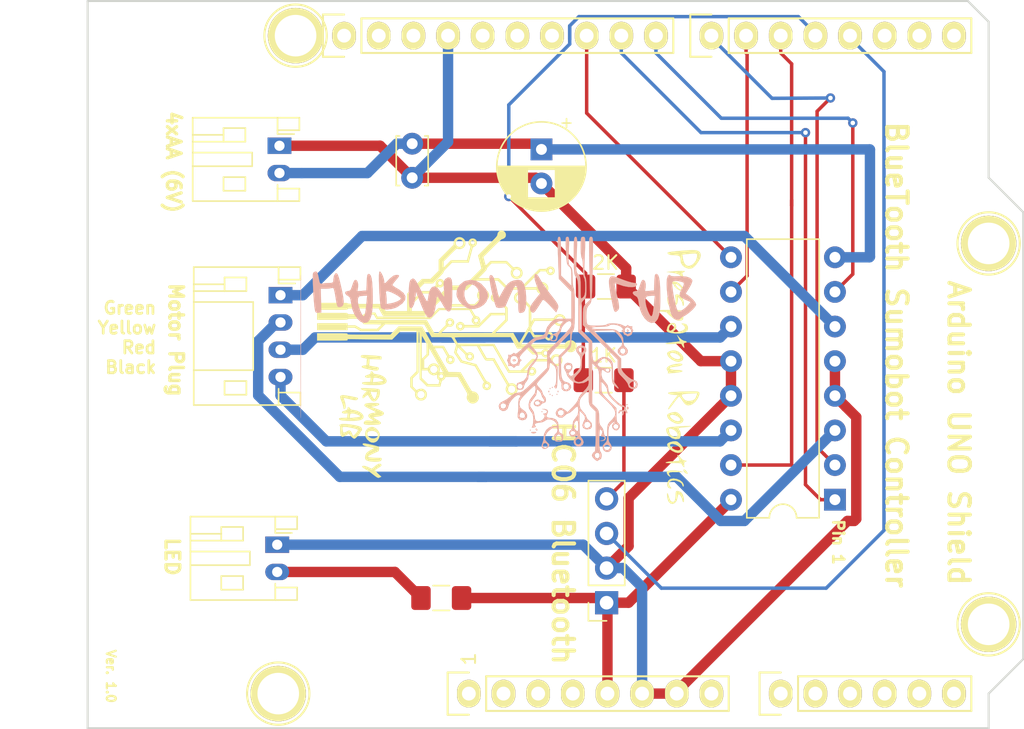
<source format=kicad_pcb>
(kicad_pcb (version 20171130) (host pcbnew 5.0.0-fee4fd1~66~ubuntu18.04.1)
  (title_block (date "lun. 30 mars 2015"))
  (layers (0 F.Cu signal) (31 B.Cu signal) (34 B.Paste user) (35 F.Paste user) (36 B.SilkS user) (37 F.SilkS user) (38 B.Mask user) (39 F.Mask user) (44 Edge.Cuts user))
  (net 0 "")
  (net 1 +5V)
  (net 2 GND)
  (net 3 "/9(**)")
  (net 4 /8)
  (net 5 /7)
  (net 6 "/6(**)")
  (net 7 "/5(**)")
  (net 8 /4)
  (net 9 "/3(**)")
  (net 10 "Net-(P5-Pad1)")
  (net 11 "Net-(P6-Pad1)")
  (net 12 "Net-(P7-Pad1)")
  (net 13 "Net-(P8-Pad1)")
  (net 14 "/10(**/SS)")
  (net 15 "Net-(P1-Pad1)")
  (net 16 +3V3)
  (net 17 +6V)
  (net 18 "Net-(J1-Pad4)")
  (net 19 "Net-(J3-Pad1)")
  (net 20 "Net-(J3-Pad2)")
  (net 21 "Net-(J3-Pad3)")
  (net 22 "Net-(J3-Pad4)")
  (net 23 "Net-(P1-Pad2)")
  (net 24 "Net-(P1-Pad3)")
  (net 25 "Net-(P1-Pad8)")
  (net 26 "Net-(P2-Pad1)")
  (net 27 "Net-(P2-Pad2)")
  (net 28 "Net-(P2-Pad3)")
  (net 29 "Net-(P2-Pad4)")
  (net 30 "Net-(P2-Pad5)")
  (net 31 "Net-(P2-Pad6)")
  (net 32 "Net-(P3-Pad1)")
  (net 33 "Net-(P3-Pad2)")
  (net 34 "Net-(P3-Pad3)")
  (net 35 "Net-(P3-Pad5)")
  (net 36 "Net-(P3-Pad6)")
  (net 37 "Net-(P3-Pad7)")
  (net 38 "Net-(P4-Pad6)")
  (net 39 "Net-(P4-Pad7)")
  (net 40 "Net-(P4-Pad8)")
  (net 41 "Net-(150R1-Pad2)")
  (module Socket_Arduino_Uno:Socket_Strip_Arduino_1x08 (layer F.Cu) (at 138.938 123.825)
    (fp_text reference P1 hide)
    (fp_text value Power)
    (pad 1 thru_hole oval (at 0 0) (size 1.7272 2.032) (drill 1.016) (layers *.Cu *.Mask F.SilkS) (net 15 "Net-(P1-Pad1)"))
    (pad 2 thru_hole oval (at 2.54 0) (size 1.7272 2.032) (drill 1.016) (layers *.Cu *.Mask F.SilkS) (net 23 "Net-(P1-Pad2)"))
    (pad 3 thru_hole oval (at 5.08 0) (size 1.7272 2.032) (drill 1.016) (layers *.Cu *.Mask F.SilkS) (net 24 "Net-(P1-Pad3)"))
    (pad 4 thru_hole oval (at 7.62 0) (size 1.7272 2.032) (drill 1.016) (layers *.Cu *.Mask F.SilkS) (net 16 +3V3))
    (pad 5 thru_hole oval (at 10.16 0) (size 1.7272 2.032) (drill 1.016) (layers *.Cu *.Mask F.SilkS) (net 1 +5V))
    (pad 6 thru_hole oval (at 12.7 0) (size 1.7272 2.032) (drill 1.016) (layers *.Cu *.Mask F.SilkS) (net 2 GND))
    (pad 7 thru_hole oval (at 15.24 0) (size 1.7272 2.032) (drill 1.016) (layers *.Cu *.Mask F.SilkS) (net 2 GND))
    (pad 8 thru_hole oval (at 17.78 0) (size 1.7272 2.032) (drill 1.016) (layers *.Cu *.Mask F.SilkS) (net 25 "Net-(P1-Pad8)"))
  )
  (module Socket_Arduino_Uno:Socket_Strip_Arduino_1x06 (layer F.Cu) (at 161.798 123.825)
    (fp_text reference P2 hide)
    (fp_text value Analog)
    (pad 1 thru_hole oval (at 0 0) (size 1.7272 2.032) (drill 1.016) (layers *.Cu *.Mask F.SilkS) (net 26 "Net-(P2-Pad1)"))
    (pad 2 thru_hole oval (at 2.54 0) (size 1.7272 2.032) (drill 1.016) (layers *.Cu *.Mask F.SilkS) (net 27 "Net-(P2-Pad2)"))
    (pad 3 thru_hole oval (at 5.08 0) (size 1.7272 2.032) (drill 1.016) (layers *.Cu *.Mask F.SilkS) (net 28 "Net-(P2-Pad3)"))
    (pad 4 thru_hole oval (at 7.62 0) (size 1.7272 2.032) (drill 1.016) (layers *.Cu *.Mask F.SilkS) (net 29 "Net-(P2-Pad4)"))
    (pad 5 thru_hole oval (at 10.16 0) (size 1.7272 2.032) (drill 1.016) (layers *.Cu *.Mask F.SilkS) (net 30 "Net-(P2-Pad5)"))
    (pad 6 thru_hole oval (at 12.7 0) (size 1.7272 2.032) (drill 1.016) (layers *.Cu *.Mask F.SilkS) (net 31 "Net-(P2-Pad6)"))
  )
  (module Socket_Arduino_Uno:Socket_Strip_Arduino_1x10 (layer F.Cu) (at 129.794 75.565)
    (fp_text reference P3 hide)
    (fp_text value Digital)
    (pad 1 thru_hole oval (at 0 0) (size 1.7272 2.032) (drill 1.016) (layers *.Cu *.Mask F.SilkS) (net 32 "Net-(P3-Pad1)"))
    (pad 2 thru_hole oval (at 2.54 0) (size 1.7272 2.032) (drill 1.016) (layers *.Cu *.Mask F.SilkS) (net 33 "Net-(P3-Pad2)"))
    (pad 3 thru_hole oval (at 5.08 0) (size 1.7272 2.032) (drill 1.016) (layers *.Cu *.Mask F.SilkS) (net 34 "Net-(P3-Pad3)"))
    (pad 4 thru_hole oval (at 7.62 0) (size 1.7272 2.032) (drill 1.016) (layers *.Cu *.Mask F.SilkS) (net 2 GND))
    (pad 5 thru_hole oval (at 10.16 0) (size 1.7272 2.032) (drill 1.016) (layers *.Cu *.Mask F.SilkS) (net 35 "Net-(P3-Pad5)"))
    (pad 6 thru_hole oval (at 12.7 0) (size 1.7272 2.032) (drill 1.016) (layers *.Cu *.Mask F.SilkS) (net 36 "Net-(P3-Pad6)"))
    (pad 7 thru_hole oval (at 15.24 0) (size 1.7272 2.032) (drill 1.016) (layers *.Cu *.Mask F.SilkS) (net 37 "Net-(P3-Pad7)"))
    (pad 8 thru_hole oval (at 17.78 0) (size 1.7272 2.032) (drill 1.016) (layers *.Cu *.Mask F.SilkS) (net 14 "/10(**/SS)"))
    (pad 9 thru_hole oval (at 20.32 0) (size 1.7272 2.032) (drill 1.016) (layers *.Cu *.Mask F.SilkS) (net 3 "/9(**)"))
    (pad 10 thru_hole oval (at 22.86 0) (size 1.7272 2.032) (drill 1.016) (layers *.Cu *.Mask F.SilkS) (net 4 /8))
  )
  (module Socket_Arduino_Uno:Socket_Strip_Arduino_1x08 (layer F.Cu) (at 156.718 75.565)
    (fp_text reference P4 hide)
    (fp_text value Digital)
    (pad 1 thru_hole oval (at 0 0) (size 1.7272 2.032) (drill 1.016) (layers *.Cu *.Mask F.SilkS) (net 5 /7))
    (pad 2 thru_hole oval (at 2.54 0) (size 1.7272 2.032) (drill 1.016) (layers *.Cu *.Mask F.SilkS) (net 6 "/6(**)"))
    (pad 3 thru_hole oval (at 5.08 0) (size 1.7272 2.032) (drill 1.016) (layers *.Cu *.Mask F.SilkS) (net 7 "/5(**)"))
    (pad 4 thru_hole oval (at 7.62 0) (size 1.7272 2.032) (drill 1.016) (layers *.Cu *.Mask F.SilkS) (net 8 /4))
    (pad 5 thru_hole oval (at 10.16 0) (size 1.7272 2.032) (drill 1.016) (layers *.Cu *.Mask F.SilkS) (net 9 "/3(**)"))
    (pad 6 thru_hole oval (at 12.7 0) (size 1.7272 2.032) (drill 1.016) (layers *.Cu *.Mask F.SilkS) (net 38 "Net-(P4-Pad6)"))
    (pad 7 thru_hole oval (at 15.24 0) (size 1.7272 2.032) (drill 1.016) (layers *.Cu *.Mask F.SilkS) (net 39 "Net-(P4-Pad7)"))
    (pad 8 thru_hole oval (at 17.78 0) (size 1.7272 2.032) (drill 1.016) (layers *.Cu *.Mask F.SilkS) (net 40 "Net-(P4-Pad8)"))
  )
  (module Socket_Arduino_Uno:Arduino_1pin (layer F.Cu) (at 124.968 123.825)
    (fp_text reference P5 hide)
    (fp_text value CONN_01X01 hide)
    (pad 1 thru_hole circle (at 0 0) (size 4.064 4.064) (drill 3.048) (layers *.Cu *.Mask F.SilkS) (net 10 "Net-(P5-Pad1)"))
  )
  (module Socket_Arduino_Uno:Arduino_1pin (layer F.Cu) (at 177.038 118.745)
    (fp_text reference P6 hide)
    (fp_text value CONN_01X01 hide)
    (pad 1 thru_hole circle (at 0 0) (size 4.064 4.064) (drill 3.048) (layers *.Cu *.Mask F.SilkS) (net 11 "Net-(P6-Pad1)"))
  )
  (module Socket_Arduino_Uno:Arduino_1pin (layer F.Cu) (at 126.238 75.565)
    (fp_text reference P7 hide)
    (fp_text value CONN_01X01 hide)
    (pad 1 thru_hole circle (at 0 0) (size 4.064 4.064) (drill 3.048) (layers *.Cu *.Mask F.SilkS) (net 12 "Net-(P7-Pad1)"))
  )
  (module Socket_Arduino_Uno:Arduino_1pin (layer F.Cu) (at 177.038 90.805)
    (fp_text reference P8 hide)
    (fp_text value CONN_01X01 hide)
    (pad 1 thru_hole circle (at 0 0) (size 4.064 4.064) (drill 3.048) (layers *.Cu *.Mask F.SilkS) (net 13 "Net-(P8-Pad1)"))
  )
  (module Package_DIP:DIP-16_W7.62mm (layer F.Cu) (at 165.7731 109.601 180)
    (fp_text reference U1 hide)
    (fp_text value L293D)
    (pad 1 thru_hole rect (at 0 0 180) (size 1.6 1.6) (drill 0.8) (layers *.Cu *.Mask) (net 3 "/9(**)"))
    (pad 9 thru_hole oval (at 7.62 17.78 180) (size 1.6 1.6) (drill 0.8) (layers *.Cu *.Mask) (net 14 "/10(**/SS)"))
    (pad 2 thru_hole oval (at 0 2.54 180) (size 1.6 1.6) (drill 0.8) (layers *.Cu *.Mask) (net 5 /7))
    (pad 10 thru_hole oval (at 7.62 15.24 180) (size 1.6 1.6) (drill 0.8) (layers *.Cu *.Mask) (net 6 "/6(**)"))
    (pad 3 thru_hole oval (at 0 5.08 180) (size 1.6 1.6) (drill 0.8) (layers *.Cu *.Mask) (net 20 "Net-(J3-Pad2)"))
    (pad 11 thru_hole oval (at 7.62 12.7 180) (size 1.6 1.6) (drill 0.8) (layers *.Cu *.Mask) (net 21 "Net-(J3-Pad3)"))
    (pad 4 thru_hole oval (at 0 7.62 180) (size 1.6 1.6) (drill 0.8) (layers *.Cu *.Mask) (net 2 GND))
    (pad 12 thru_hole oval (at 7.62 10.16 180) (size 1.6 1.6) (drill 0.8) (layers *.Cu *.Mask) (net 2 GND))
    (pad 5 thru_hole oval (at 0 10.16 180) (size 1.6 1.6) (drill 0.8) (layers *.Cu *.Mask) (net 2 GND))
    (pad 13 thru_hole oval (at 7.62 7.62 180) (size 1.6 1.6) (drill 0.8) (layers *.Cu *.Mask) (net 2 GND))
    (pad 6 thru_hole oval (at 0 12.7 180) (size 1.6 1.6) (drill 0.8) (layers *.Cu *.Mask) (net 19 "Net-(J3-Pad1)"))
    (pad 14 thru_hole oval (at 7.62 5.08 180) (size 1.6 1.6) (drill 0.8) (layers *.Cu *.Mask) (net 22 "Net-(J3-Pad4)"))
    (pad 7 thru_hole oval (at 0 15.24 180) (size 1.6 1.6) (drill 0.8) (layers *.Cu *.Mask) (net 4 /8))
    (pad 15 thru_hole oval (at 7.62 2.54 180) (size 1.6 1.6) (drill 0.8) (layers *.Cu *.Mask) (net 7 "/5(**)"))
    (pad 8 thru_hole oval (at 0 17.78 180) (size 1.6 1.6) (drill 0.8) (layers *.Cu *.Mask) (net 17 +6V))
    (pad 16 thru_hole oval (at 7.62 0 180) (size 1.6 1.6) (drill 0.8) (layers *.Cu *.Mask) (net 1 +5V))
  )
  (module Capacitor_THT:C_Disc_D3.4mm_W2.1mm_P2.50mm (layer F.Cu) (at 134.7851 83.4898 270)
    (fp_text reference C1 hide)
    (fp_text value 0.1uf)
    (pad 1 thru_hole circle (at 0 0 270) (size 1.6 1.6) (drill 0.8) (layers *.Cu *.Mask) (net 17 +6V))
    (pad 2 thru_hole circle (at 2.5 0 270) (size 1.6 1.6) (drill 0.8) (layers *.Cu *.Mask) (net 2 GND))
  )
  (module Capacitor_THT:CP_Radial_D6.3mm_P2.50mm (layer F.Cu) (at 144.2593 83.9089 270)
    (fp_text reference C2 hide)
    (fp_text value 100uf)
    (pad 1 thru_hole rect (at 0 0 270) (size 1.6 1.6) (drill 0.8) (layers *.Cu *.Mask) (net 17 +6V))
    (pad 2 thru_hole circle (at 2.5 0 270) (size 1.6 1.6) (drill 0.8) (layers *.Cu *.Mask) (net 2 GND))
  )
  (module Connector_PinSocket_2.54mm:PinSocket_1x04_P2.54mm_Vertical (layer F.Cu) (at 149.0345 117.1575 180)
    (fp_text reference J1 hide)
    (fp_text value HC06)
    (pad 1 thru_hole rect (at 0 0 180) (size 1.7 1.7) (drill 1) (layers *.Cu *.Mask) (net 1 +5V))
    (pad 2 thru_hole oval (at 0 2.54 180) (size 1.7 1.7) (drill 1) (layers *.Cu *.Mask) (net 2 GND))
    (pad 3 thru_hole oval (at 0 5.08 180) (size 1.7 1.7) (drill 1) (layers *.Cu *.Mask) (net 9 "/3(**)"))
    (pad 4 thru_hole oval (at 0 7.62 180) (size 1.7 1.7) (drill 1) (layers *.Cu *.Mask) (net 18 "Net-(J1-Pad4)"))
  )
  (module Connector_JST:JST_PH_S2B-PH-K_1x02_P2.00mm_Horizontal (layer F.Cu) (at 125.0569 83.6422 270)
    (fp_text reference J2 hide)
    (fp_text value "6V Power (4xAA)")
    (pad 1 thru_hole rect (at 0 0 270) (size 1.2 1.75) (drill 0.75) (layers *.Cu *.Mask) (net 2 GND))
    (pad 2 thru_hole oval (at 2 0 270) (size 1.2 1.75) (drill 0.75) (layers *.Cu *.Mask) (net 17 +6V))
  )
  (module Connector_JST:JST_PH_S4B-PH-K_1x04_P2.00mm_Horizontal (layer F.Cu) (at 125.1331 94.6023 270)
    (fp_text reference J3 hide)
    (fp_text value "Motor Connector")
    (pad 1 thru_hole rect (at 0 0 270) (size 1.2 1.75) (drill 0.75) (layers *.Cu *.Mask) (net 19 "Net-(J3-Pad1)"))
    (pad 2 thru_hole oval (at 2 0 270) (size 1.2 1.75) (drill 0.75) (layers *.Cu *.Mask) (net 20 "Net-(J3-Pad2)"))
    (pad 3 thru_hole oval (at 4 0 270) (size 1.2 1.75) (drill 0.75) (layers *.Cu *.Mask) (net 21 "Net-(J3-Pad3)"))
    (pad 4 thru_hole oval (at 6 0 270) (size 1.2 1.75) (drill 0.75) (layers *.Cu *.Mask) (net 22 "Net-(J3-Pad4)"))
  )
  (module Resistor_SMD:R_1206_3216Metric_Pad1.42x1.75mm_HandSolder (layer F.Cu) (at 148.817 100.838)
    (fp_text reference 1K (at 0 -1.82 180) (layer F.SilkS))
    (fp_text value 1K)
    (pad 1 smd roundrect (at -1.4875 0) (size 1.425 1.75) (layers F.Cu F.Paste F.Mask) (roundrect_rratio 0.175439) (net 8 /4))
    (pad 2 smd roundrect (at 1.4875 0) (size 1.425 1.75) (layers F.Cu F.Paste F.Mask) (roundrect_rratio 0.175439) (net 18 "Net-(J1-Pad4)"))
  )
  (module Resistor_SMD:R_1206_3216Metric_Pad1.42x1.75mm_HandSolder (layer F.Cu) (at 148.9821 93.9673 180)
    (fp_text reference 2K (at 0.0238 1.7526 180) (layer F.SilkS))
    (fp_text value 2K)
    (pad 2 smd roundrect (at 1.4875 0 180) (size 1.425 1.75) (layers F.Cu F.Paste F.Mask) (roundrect_rratio 0.175439) (net 8 /4))
    (pad 1 smd roundrect (at -1.4875 0 180) (size 1.425 1.75) (layers F.Cu F.Paste F.Mask) (roundrect_rratio 0.175439) (net 2 GND))
  )
  (module Connector_JST:JST_PH_S2B-PH-K_1x02_P2.00mm_Horizontal (layer F.Cu) (at 124.8918 112.903 270)
    (fp_text reference D1 hide)
    (fp_text value LED)
    (pad 1 thru_hole rect (at 0 0 270) (size 1.2 1.75) (drill 0.75) (layers *.Cu *.Mask) (net 2 GND))
    (pad 2 thru_hole oval (at 2 0 270) (size 1.2 1.75) (drill 0.75) (layers *.Cu *.Mask) (net 41 "Net-(150R1-Pad2)"))
  )
  (module Resistor_SMD:R_1206_3216Metric_Pad1.42x1.75mm_HandSolder (layer F.Cu) (at 136.9171 116.8146 180)
    (fp_text reference 150R1 hide)
    (fp_text value R)
    (pad 1 smd roundrect (at -1.4875 0 180) (size 1.425 1.75) (layers F.Cu F.Paste F.Mask) (roundrect_rratio 0.175439) (net 1 +5V))
    (pad 2 smd roundrect (at 1.4875 0 180) (size 1.425 1.75) (layers F.Cu F.Paste F.Mask) (roundrect_rratio 0.175439) (net 41 "Net-(150R1-Pad2)"))
  )
  (module graphics:Logo9 (layer F.Cu) (at 137.3378 96.2025 270)
    (fp_text reference G*** hide)
    (fp_text value LOGO hide)
  )
  (module "graphics:Logo Text" (layer F.Cu) (at 131.191 103.3526 270)
    (fp_text reference G*** hide)
    (fp_text value LOGO hide)
  )
  (module "graphics:Prespatou Robotics Text" (layer F.Cu) (at 154.2669 100.5586 270)
    (fp_text reference G*** hide)
    (fp_text value LOGO hide)
  )
  (module graphics:Logo3 (layer B.Cu) (at 141.3764 98.3615)
    (fp_text reference G*** hide)
    (fp_text value LOGO hide)
  )
  (gr_text "BlueTooth Sumobot Controller" (at 170.2816 98.9838 270) (layer F.SilkS) (effects (font (size 1.5 1.5) (thickness 0.3))))
  (gr_text "Arduino UNO Shield" (at 174.8409 104.6988 270) (layer F.SilkS) (effects (font (size 1.5 1.5) (thickness 0.3))))
  (gr_text "Ver. 1.0" (at 112.6998 122.555 270) (layer F.SilkS) (effects (font (size 0.65 0.65) (thickness 0.1625))))
  (gr_text "Pin 1" (at 166.0144 112.7125 270) (layer F.SilkS) (effects (font (size 0.8 0.8) (thickness 0.2))))
  (gr_text LED (at 117.1956 113.7793 270) (layer F.SilkS) (effects (font (size 1 1) (thickness 0.25))))
  (gr_text "Green\nYellow\nRed\nBlack" (at 116.1288 97.7138) (layer F.SilkS) (effects (font (size 0.9 0.9) (thickness 0.2)) (justify right)))
  (gr_text "Motor Plug" (at 117.475 97.8789 270) (layer F.SilkS) (effects (font (size 1 1) (thickness 0.25))))
  (gr_text "4xAA (6V)" (at 117.2972 84.836 270) (layer F.SilkS) (effects (font (size 1 1) (thickness 0.25))))
  (gr_text "HC06 Bluetooth" (at 145.8341 112.776 270) (layer F.SilkS) (effects (font (size 1.5 1.5) (thickness 0.3))))
  (gr_text 1 (at 138.938 121.285 90) (layer F.SilkS) (effects (font (size 1 1))))
  (gr_line (start 177.038 74.549) (end 175.514 73.025) (angle 90) (layer Edge.Cuts) (width 0.15))
  (gr_line (start 177.038 85.979) (end 177.038 74.549) (angle 90) (layer Edge.Cuts) (width 0.15))
  (gr_line (start 179.578 88.519) (end 177.038 85.979) (angle 90) (layer Edge.Cuts) (width 0.15))
  (gr_line (start 179.578 121.285) (end 179.578 88.519) (angle 90) (layer Edge.Cuts) (width 0.15))
  (gr_line (start 177.038 123.825) (end 179.578 121.285) (angle 90) (layer Edge.Cuts) (width 0.15))
  (gr_line (start 177.038 126.365) (end 177.038 123.825) (angle 90) (layer Edge.Cuts) (width 0.15))
  (gr_line (start 110.998 126.365) (end 177.038 126.365) (angle 90) (layer Edge.Cuts) (width 0.15))
  (gr_line (start 110.998 73.025) (end 110.998 126.365) (angle 90) (layer Edge.Cuts) (width 0.15))
  (gr_line (start 175.514 73.025) (end 110.998 73.025) (angle 90) (layer Edge.Cuts) (width 0.15))
  (segment (start 149.098 117.221) (end 149.0345 117.1575) (width 0.762) (layer F.Cu) (net 1))
  (segment (start 149.098 123.825) (end 149.098 117.221) (width 0.762) (layer F.Cu) (net 1))
  (segment (start 158.1531 109.6509) (end 158.1531 109.601) (width 0.762) (layer F.Cu) (net 1))
  (segment (start 150.6465 117.1575) (end 158.1531 109.6509) (width 0.762) (layer F.Cu) (net 1))
  (segment (start 149.0345 117.1575) (end 150.6465 117.1575) (width 0.762) (layer F.Cu) (net 1))
  (segment (start 148.6916 116.8146) (end 149.0345 117.1575) (width 0.762) (layer F.Cu) (net 1))
  (segment (start 138.4046 116.8146) (end 148.6916 116.8146) (width 0.762) (layer F.Cu) (net 1))
  (segment (start 157.353101 102.780999) (end 158.1531 101.981) (width 0.762) (layer F.Cu) (net 2))
  (segment (start 150.646501 109.487599) (end 157.353101 102.780999) (width 0.762) (layer F.Cu) (net 2))
  (segment (start 150.646501 113.005499) (end 150.646501 109.487599) (width 0.762) (layer F.Cu) (net 2))
  (segment (start 149.0345 114.6175) (end 150.646501 113.005499) (width 0.762) (layer F.Cu) (net 2))
  (segment (start 151.638 116.018919) (end 151.638 123.825) (width 0.762) (layer B.Cu) (net 2))
  (segment (start 150.236581 114.6175) (end 151.638 116.018919) (width 0.762) (layer B.Cu) (net 2))
  (segment (start 149.0345 114.6175) (end 150.236581 114.6175) (width 0.762) (layer B.Cu) (net 2))
  (segment (start 151.638 123.825) (end 154.178 123.825) (width 0.762) (layer F.Cu) (net 2))
  (segment (start 158.1531 101.6508) (end 158.1531 101.981) (width 0.762) (layer F.Cu) (net 2))
  (segment (start 134.4568 85.6615) (end 134.7851 85.9898) (width 0.762) (layer F.Cu) (net 2))
  (segment (start 143.8402 85.9898) (end 144.2593 86.4089) (width 0.762) (layer F.Cu) (net 2))
  (segment (start 134.7851 85.9898) (end 143.8402 85.9898) (width 0.762) (layer F.Cu) (net 2))
  (segment (start 137.414 83.3609) (end 134.7851 85.9898) (width 0.762) (layer B.Cu) (net 2))
  (segment (start 137.414 75.565) (end 137.414 83.3609) (width 0.762) (layer B.Cu) (net 2))
  (segment (start 158.1531 99.441) (end 158.1531 101.981) (width 0.762) (layer F.Cu) (net 2))
  (segment (start 165.7731 99.441) (end 165.7731 101.981) (width 0.762) (layer F.Cu) (net 2))
  (segment (start 167.335101 103.543001) (end 166.573099 102.780999) (width 0.762) (layer F.Cu) (net 2))
  (segment (start 166.573099 102.780999) (end 165.7731 101.981) (width 0.762) (layer F.Cu) (net 2))
  (segment (start 167.335101 111.010601) (end 167.335101 103.543001) (width 0.762) (layer F.Cu) (net 2))
  (segment (start 167.182701 111.163001) (end 167.335101 111.010601) (width 0.762) (layer F.Cu) (net 2))
  (segment (start 166.687599 111.163001) (end 167.182701 111.163001) (width 0.762) (layer F.Cu) (net 2))
  (segment (start 154.178 123.6726) (end 166.687599 111.163001) (width 0.762) (layer F.Cu) (net 2))
  (segment (start 154.178 123.825) (end 154.178 123.6726) (width 0.762) (layer F.Cu) (net 2))
  (segment (start 150.4696 92.6192) (end 150.4696 93.9673) (width 0.762) (layer F.Cu) (net 2))
  (segment (start 144.2593 86.4089) (end 150.4696 92.6192) (width 0.762) (layer F.Cu) (net 2))
  (segment (start 155.9433 99.441) (end 158.1531 99.441) (width 0.762) (layer F.Cu) (net 2))
  (segment (start 150.4696 93.9673) (end 155.9433 99.441) (width 0.762) (layer F.Cu) (net 2))
  (segment (start 147.32 112.903) (end 149.0345 114.6175) (width 0.762) (layer B.Cu) (net 2))
  (segment (start 124.8918 112.903) (end 147.32 112.903) (width 0.762) (layer B.Cu) (net 2))
  (segment (start 132.4375 83.6422) (end 134.7851 85.9898) (width 0.762) (layer F.Cu) (net 2))
  (segment (start 125.0569 83.6422) (end 132.4375 83.6422) (width 0.762) (layer F.Cu) (net 2))
  (segment (start 164.7191 109.601) (end 163.6141 108.496) (width 0.254) (layer F.Cu) (net 3))
  (segment (start 165.7731 109.601) (end 164.7191 109.601) (width 0.254) (layer F.Cu) (net 3))
  (segment (start 163.6141 108.496) (end 163.6141 82.677) (width 0.254) (layer F.Cu) (net 3))
  (via (at 163.6141 82.677) (size 0.6858) (drill 0.3302) (layers F.Cu B.Cu) (net 3))
  (segment (start 155.956 82.677) (end 163.6141 82.677) (width 0.254) (layer B.Cu) (net 3))
  (segment (start 150.114 76.835) (end 155.956 82.677) (width 0.254) (layer B.Cu) (net 3))
  (segment (start 150.114 75.565) (end 150.114 76.835) (width 0.254) (layer B.Cu) (net 3))
  (segment (start 167.081101 93.052999) (end 167.081101 81.965701) (width 0.254) (layer F.Cu) (net 4))
  (segment (start 165.7731 94.361) (end 167.081101 93.052999) (width 0.254) (layer F.Cu) (net 4))
  (via (at 167.081101 81.965701) (size 0.6858) (drill 0.3302) (layers F.Cu B.Cu) (net 4))
  (segment (start 166.738202 81.622802) (end 167.081101 81.965701) (width 0.254) (layer B.Cu) (net 4))
  (segment (start 157.441802 81.622802) (end 166.738202 81.622802) (width 0.254) (layer B.Cu) (net 4))
  (segment (start 152.654 76.835) (end 157.441802 81.622802) (width 0.254) (layer B.Cu) (net 4))
  (segment (start 152.654 75.565) (end 152.654 76.835) (width 0.254) (layer B.Cu) (net 4))
  (segment (start 156.718 75.7174) (end 156.718 75.565) (width 0.254) (layer B.Cu) (net 5))
  (segment (start 161.163 80.1624) (end 156.718 75.7174) (width 0.254) (layer B.Cu) (net 5))
  (via (at 165.4429 80.137) (size 0.6858) (drill 0.3302) (layers F.Cu B.Cu) (net 5))
  (segment (start 165.4429 80.137) (end 161.163 80.1624) (width 0.254) (layer B.Cu) (net 5))
  (segment (start 164.973101 106.261001) (end 165.7731 107.061) (width 0.254) (layer F.Cu) (net 5))
  (segment (start 164.465099 105.752999) (end 164.973101 106.261001) (width 0.254) (layer F.Cu) (net 5))
  (segment (start 164.465099 81.114801) (end 164.465099 105.752999) (width 0.254) (layer F.Cu) (net 5))
  (segment (start 165.4429 80.137) (end 164.465099 81.114801) (width 0.254) (layer F.Cu) (net 5))
  (segment (start 159.258 76.835) (end 159.258 75.565) (width 0.254) (layer F.Cu) (net 6))
  (segment (start 159.334101 76.911101) (end 159.258 76.835) (width 0.254) (layer F.Cu) (net 6))
  (segment (start 159.334101 93.179999) (end 159.334101 76.911101) (width 0.254) (layer F.Cu) (net 6))
  (segment (start 158.1531 94.361) (end 159.334101 93.179999) (width 0.254) (layer F.Cu) (net 6))
  (segment (start 158.1531 107.061) (end 162.5981 107.061) (width 0.254) (layer F.Cu) (net 7))
  (segment (start 162.5981 77.6351) (end 162.5981 88.0237) (width 0.254) (layer F.Cu) (net 7))
  (segment (start 161.798 76.835) (end 162.5981 77.6351) (width 0.254) (layer F.Cu) (net 7))
  (segment (start 161.798 75.565) (end 161.798 76.835) (width 0.254) (layer F.Cu) (net 7))
  (segment (start 162.5981 107.061) (end 162.5981 88.0237) (width 0.254) (layer F.Cu) (net 7))
  (segment (start 162.5981 88.0237) (end 162.5981 87.63) (width 0.254) (layer F.Cu) (net 7))
  (segment (start 147.3295 94.1324) (end 147.4946 93.9673) (width 0.254) (layer F.Cu) (net 8))
  (segment (start 147.3295 100.838) (end 147.3295 94.1324) (width 0.254) (layer F.Cu) (net 8))
  (segment (start 147.4946 92.9923) (end 141.8656 87.3633) (width 0.254) (layer F.Cu) (net 8))
  (segment (start 147.4946 93.9673) (end 147.4946 92.9923) (width 0.254) (layer F.Cu) (net 8))
  (segment (start 141.8656 87.3633) (end 141.8656 87.3633) (width 0.254) (layer F.Cu) (net 8))
  (via (at 141.8656 87.3633) (size 0.6858) (drill 0.3302) (layers F.Cu B.Cu) (net 8))
  (segment (start 141.8656 80.645944) (end 146.32939 76.182154) (width 0.254) (layer B.Cu) (net 8))
  (segment (start 141.8656 87.3633) (end 141.8656 80.645944) (width 0.254) (layer B.Cu) (net 8))
  (segment (start 147.007686 74.16799) (end 146.32939 74.846286) (width 0.254) (layer B.Cu) (net 8))
  (segment (start 163.09339 74.16799) (end 147.007686 74.16799) (width 0.254) (layer B.Cu) (net 8))
  (segment (start 164.338 75.4126) (end 163.09339 74.16799) (width 0.254) (layer B.Cu) (net 8))
  (segment (start 164.338 75.565) (end 164.338 75.4126) (width 0.254) (layer B.Cu) (net 8))
  (segment (start 146.32939 75.819) (end 146.32939 74.897066) (width 0.254) (layer B.Cu) (net 8))
  (segment (start 146.32939 74.846286) (end 146.32939 75.819) (width 0.254) (layer B.Cu) (net 8))
  (segment (start 146.32939 76.182154) (end 146.32939 75.819) (width 0.254) (layer B.Cu) (net 8))
  (segment (start 166.878 75.7174) (end 166.878 75.565) (width 0.254) (layer B.Cu) (net 9))
  (segment (start 169.367121 78.206521) (end 166.878 75.7174) (width 0.254) (layer B.Cu) (net 9))
  (segment (start 169.367121 111.85229) (end 169.367121 78.206521) (width 0.254) (layer B.Cu) (net 9))
  (segment (start 165.12871 116.0907) (end 169.367121 111.85229) (width 0.254) (layer B.Cu) (net 9))
  (segment (start 153.0477 116.0907) (end 165.12871 116.0907) (width 0.254) (layer B.Cu) (net 9))
  (segment (start 149.0345 112.0775) (end 153.0477 116.0907) (width 0.254) (layer B.Cu) (net 9))
  (segment (start 147.574 81.2419) (end 158.1531 91.821) (width 0.254) (layer F.Cu) (net 14))
  (segment (start 147.574 75.565) (end 147.574 81.2419) (width 0.254) (layer F.Cu) (net 14))
  (segment (start 134.6134 83.6615) (end 134.7851 83.4898) (width 0.762) (layer F.Cu) (net 17))
  (segment (start 143.8402 83.4898) (end 144.2593 83.9089) (width 0.762) (layer F.Cu) (net 17))
  (segment (start 134.7851 83.4898) (end 143.8402 83.4898) (width 0.762) (layer F.Cu) (net 17))
  (segment (start 165.7731 91.821) (end 168.3004 91.821) (width 0.762) (layer B.Cu) (net 17))
  (segment (start 168.3004 91.821) (end 168.3385 91.7829) (width 0.762) (layer B.Cu) (net 17))
  (segment (start 168.3385 91.7829) (end 168.3385 83.9216) (width 0.762) (layer B.Cu) (net 17))
  (segment (start 168.3258 83.9089) (end 144.2593 83.9089) (width 0.762) (layer B.Cu) (net 17))
  (segment (start 168.3385 83.9216) (end 168.3258 83.9089) (width 0.762) (layer B.Cu) (net 17))
  (segment (start 131.50133 85.6422) (end 126.6939 85.6422) (width 0.762) (layer B.Cu) (net 17))
  (segment (start 126.6939 85.6422) (end 125.0569 85.6422) (width 0.762) (layer B.Cu) (net 17))
  (segment (start 133.65373 83.4898) (end 131.50133 85.6422) (width 0.762) (layer B.Cu) (net 17))
  (segment (start 134.7851 83.4898) (end 133.65373 83.4898) (width 0.762) (layer B.Cu) (net 17))
  (segment (start 150.3045 108.2675) (end 150.3045 100.838) (width 0.254) (layer F.Cu) (net 18))
  (segment (start 149.0345 109.5375) (end 150.3045 108.2675) (width 0.254) (layer F.Cu) (net 18))
  (segment (start 165.7731 96.901) (end 159.131099 90.258999) (width 0.762) (layer B.Cu) (net 19))
  (segment (start 131.113401 90.258999) (end 140.97 90.258999) (width 0.762) (layer B.Cu) (net 19))
  (segment (start 126.7701 94.6023) (end 131.113401 90.258999) (width 0.762) (layer B.Cu) (net 19))
  (segment (start 125.1331 94.6023) (end 126.7701 94.6023) (width 0.762) (layer B.Cu) (net 19))
  (segment (start 159.131099 90.258999) (end 140.97 90.258999) (width 0.762) (layer B.Cu) (net 19))
  (segment (start 140.97 90.258999) (end 140.550801 90.258999) (width 0.762) (layer B.Cu) (net 19))
  (segment (start 157.403339 111.163001) (end 154.165837 107.925499) (width 0.762) (layer B.Cu) (net 20))
  (segment (start 165.7731 104.521) (end 159.131099 111.163001) (width 0.762) (layer B.Cu) (net 20))
  (segment (start 159.131099 111.163001) (end 157.403339 111.163001) (width 0.762) (layer B.Cu) (net 20))
  (segment (start 129.477839 107.925499) (end 140.1445 107.925499) (width 0.762) (layer B.Cu) (net 20))
  (segment (start 123.49609 101.94375) (end 129.477839 107.925499) (width 0.762) (layer B.Cu) (net 20))
  (segment (start 123.49609 97.96431) (end 123.49609 101.94375) (width 0.762) (layer B.Cu) (net 20))
  (segment (start 124.8581 96.6023) (end 123.49609 97.96431) (width 0.762) (layer B.Cu) (net 20))
  (segment (start 125.1331 96.6023) (end 124.8581 96.6023) (width 0.762) (layer B.Cu) (net 20))
  (segment (start 140.1445 107.925499) (end 139.622901 107.925499) (width 0.762) (layer B.Cu) (net 20))
  (segment (start 154.165837 107.925499) (end 140.1445 107.925499) (width 0.762) (layer B.Cu) (net 20))
  (segment (start 158.1531 96.901) (end 157.353101 97.700999) (width 0.762) (layer B.Cu) (net 21))
  (segment (start 126.7701 98.6023) (end 127.671401 97.700999) (width 0.762) (layer B.Cu) (net 21))
  (segment (start 125.1331 98.6023) (end 126.7701 98.6023) (width 0.762) (layer B.Cu) (net 21))
  (segment (start 127.671401 97.700999) (end 140.0556 97.700999) (width 0.762) (layer B.Cu) (net 21))
  (segment (start 157.353101 97.700999) (end 140.0556 97.700999) (width 0.762) (layer B.Cu) (net 21))
  (segment (start 140.0556 97.700999) (end 137.020401 97.700999) (width 0.762) (layer B.Cu) (net 21))
  (segment (start 158.1531 104.521) (end 157.353101 105.320999) (width 0.762) (layer B.Cu) (net 22))
  (segment (start 125.1331 101.9643) (end 128.489799 105.320999) (width 0.762) (layer B.Cu) (net 22))
  (segment (start 128.489799 105.320999) (end 142.4051 105.320999) (width 0.762) (layer B.Cu) (net 22))
  (segment (start 125.1331 100.6023) (end 125.1331 101.9643) (width 0.762) (layer B.Cu) (net 22))
  (segment (start 157.353101 105.320999) (end 142.4051 105.320999) (width 0.762) (layer B.Cu) (net 22))
  (segment (start 142.4051 105.320999) (end 140.500201 105.320999) (width 0.762) (layer B.Cu) (net 22))
  (segment (start 133.518 114.903) (end 135.4296 116.8146) (width 0.762) (layer F.Cu) (net 41))
  (segment (start 124.8918 114.903) (end 133.518 114.903) (width 0.762) (layer F.Cu) (net 41))
)
</source>
